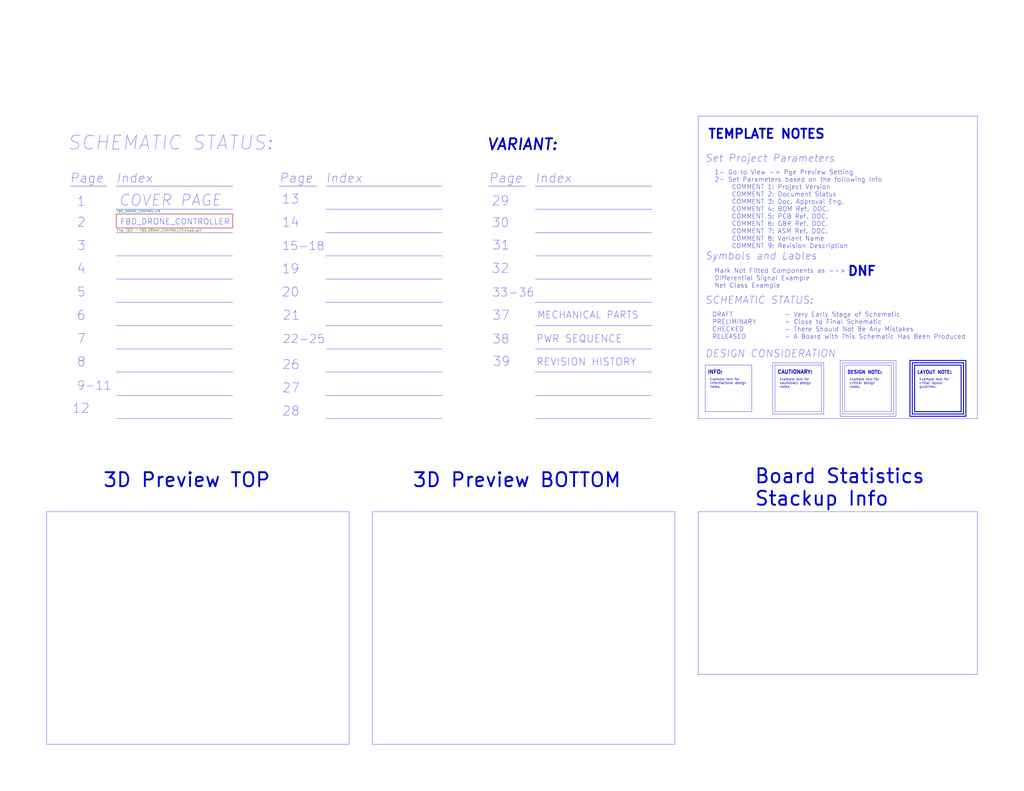
<source format=kicad_sch>
(kicad_sch
	(version 20231120)
	(generator "eeschema")
	(generator_version "8.0")
	(uuid "4d22124a-a3fe-48e2-9e5e-0fff5a9447cc")
	(paper "C")
	(lib_symbols)
	(polyline
		(pts
			(xy 63.5 101.6) (xy 127 101.6)
		)
		(stroke
			(width 0)
			(type default)
		)
		(uuid "07299a57-bd4d-4a66-a757-ae39d82626ca")
	)
	(polyline
		(pts
			(xy 152.4 101.6) (xy 172.72 101.6)
		)
		(stroke
			(width 0)
			(type default)
		)
		(uuid "07724dd3-e2dc-41de-9b72-bfdeb0cd070a")
	)
	(polyline
		(pts
			(xy 384.81 199.39) (xy 410.21 199.39)
		)
		(stroke
			(width 0)
			(type default)
		)
		(uuid "0b2565d5-f200-4ed1-82d6-0c8439b37d39")
	)
	(polyline
		(pts
			(xy 497.84 198.12) (xy 525.78 198.12)
		)
		(stroke
			(width 0.5)
			(type default)
		)
		(uuid "0c29d4b3-d1df-49a3-bf38-8ff30786ef61")
	)
	(polyline
		(pts
			(xy 448.31 199.39) (xy 448.31 224.79)
		)
		(stroke
			(width 0)
			(type default)
		)
		(uuid "15c36325-a09d-4d88-92cf-3c840c3359b6")
	)
	(polyline
		(pts
			(xy 63.5 177.8) (xy 127 177.8)
		)
		(stroke
			(width 0)
			(type default)
		)
		(uuid "17a93b69-9c3f-4725-864b-129a4b2483e6")
	)
	(polyline
		(pts
			(xy 177.8 101.6) (xy 241.3 101.6)
		)
		(stroke
			(width 0)
			(type default)
		)
		(uuid "1dfe6763-fb22-4ccc-b63d-653d8c160980")
	)
	(polyline
		(pts
			(xy 177.8 165.1) (xy 241.3 165.1)
		)
		(stroke
			(width 0)
			(type default)
		)
		(uuid "2047f05e-ddac-4ffb-81c6-ecdfd5e791c7")
	)
	(polyline
		(pts
			(xy 449.58 198.12) (xy 449.58 226.06)
		)
		(stroke
			(width 0)
			(type default)
		)
		(uuid "21ede6e8-4960-4f69-84dd-12ad9bda0e3b")
	)
	(polyline
		(pts
			(xy 266.7 101.6) (xy 287.02 101.6)
		)
		(stroke
			(width 0)
			(type default)
		)
		(uuid "22fc2218-36f1-4463-ab38-757706cf586b")
	)
	(polyline
		(pts
			(xy 458.47 196.85) (xy 458.47 227.33)
		)
		(stroke
			(width 0)
			(type default)
		)
		(uuid "284e4657-5711-4656-92a5-f53082540502")
	)
	(polyline
		(pts
			(xy 292.1 165.1) (xy 355.6 165.1)
		)
		(stroke
			(width 0)
			(type default)
		)
		(uuid "2ac60e3e-8a9c-4434-a247-b12c9154563e")
	)
	(polyline
		(pts
			(xy 38.1 101.6) (xy 58.42 101.6)
		)
		(stroke
			(width 0)
			(type default)
		)
		(uuid "2af580f8-5bd7-4f6c-a7c0-9826e41139b2")
	)
	(polyline
		(pts
			(xy 292.1 177.8) (xy 355.6 177.8)
		)
		(stroke
			(width 0)
			(type default)
		)
		(uuid "2eb7ece5-4fab-4ead-a042-e49b1196a1ec")
	)
	(polyline
		(pts
			(xy 63.5 203.2) (xy 127 203.2)
		)
		(stroke
			(width 0)
			(type default)
		)
		(uuid "2ed34dc7-226e-4cd7-8c8e-a62b29570138")
	)
	(polyline
		(pts
			(xy 525.78 226.06) (xy 497.84 226.06)
		)
		(stroke
			(width 0.5)
			(type default)
		)
		(uuid "36d03fd6-9883-4522-a6aa-d4d92da70ee9")
	)
	(polyline
		(pts
			(xy 292.1 190.5) (xy 355.6 190.5)
		)
		(stroke
			(width 0)
			(type default)
		)
		(uuid "395fd2e4-3c60-44fc-bc30-4547b6a100f5")
	)
	(polyline
		(pts
			(xy 449.58 226.06) (xy 421.64 226.06)
		)
		(stroke
			(width 0)
			(type default)
		)
		(uuid "3d7df9c5-8afd-4d22-b123-2769009dcb64")
	)
	(polyline
		(pts
			(xy 63.5 215.9) (xy 127 215.9)
		)
		(stroke
			(width 0)
			(type default)
		)
		(uuid "3e8b2add-dc24-4b2a-8954-9ee545bf159d")
	)
	(polyline
		(pts
			(xy 292.1 228.6) (xy 355.6 228.6)
		)
		(stroke
			(width 0)
			(type default)
		)
		(uuid "417138ab-f586-4afe-a59c-ec21c23bfbc6")
	)
	(polyline
		(pts
			(xy 177.8 177.8) (xy 241.3 177.8)
		)
		(stroke
			(width 0)
			(type default)
		)
		(uuid "42f54525-7c26-45e9-806a-4248d4a0ddbe")
	)
	(polyline
		(pts
			(xy 63.5 190.5) (xy 127 190.5)
		)
		(stroke
			(width 0)
			(type default)
		)
		(uuid "468e1aec-a3ec-4c28-aa8a-847a0156ce4c")
	)
	(polyline
		(pts
			(xy 63.5 114.3) (xy 127 114.3)
		)
		(stroke
			(width 0)
			(type default)
		)
		(uuid "482a7057-29c8-41f4-ab55-5a5b1f3ecc3d")
	)
	(polyline
		(pts
			(xy 487.68 226.06) (xy 459.74 226.06)
		)
		(stroke
			(width 0)
			(type default)
		)
		(uuid "538e8c3d-d793-4b0d-b0f3-f63d54e9bb20")
	)
	(polyline
		(pts
			(xy 177.8 114.3) (xy 241.3 114.3)
		)
		(stroke
			(width 0)
			(type default)
		)
		(uuid "53f608ae-79c8-4be7-aac0-431c79401937")
	)
	(polyline
		(pts
			(xy 292.1 215.9) (xy 355.6 215.9)
		)
		(stroke
			(width 0)
			(type default)
		)
		(uuid "542a2096-fc7c-4322-8772-fcfe829f81b8")
	)
	(polyline
		(pts
			(xy 63.5 228.6) (xy 127 228.6)
		)
		(stroke
			(width 0)
			(type default)
		)
		(uuid "56bf8239-9bb4-4772-86b2-e9ea6dd9c005")
	)
	(polyline
		(pts
			(xy 292.1 152.4) (xy 355.6 152.4)
		)
		(stroke
			(width 0)
			(type default)
		)
		(uuid "5741ab6c-2bda-489d-b3bf-1fd2054d85b2")
	)
	(polyline
		(pts
			(xy 422.91 199.39) (xy 448.31 199.39)
		)
		(stroke
			(width 0)
			(type default)
		)
		(uuid "607f567c-5d21-43f9-bccb-731689581719")
	)
	(polyline
		(pts
			(xy 177.8 203.2) (xy 241.3 203.2)
		)
		(stroke
			(width 0)
			(type default)
		)
		(uuid "6bbe1716-8857-495e-a460-031355a8743a")
	)
	(polyline
		(pts
			(xy 461.01 199.39) (xy 461.01 224.79)
		)
		(stroke
			(width 0)
			(type default)
		)
		(uuid "6cfc5861-0e9a-42db-a996-c4eabe8cdfae")
	)
	(polyline
		(pts
			(xy 177.8 139.7) (xy 241.3 139.7)
		)
		(stroke
			(width 0)
			(type default)
		)
		(uuid "73d9008e-179e-47d5-b9da-6c5e53a72c0d")
	)
	(polyline
		(pts
			(xy 458.47 227.33) (xy 488.95 227.33)
		)
		(stroke
			(width 0)
			(type default)
		)
		(uuid "74687633-b4d8-4a21-8c66-f2c0e2f23908")
	)
	(polyline
		(pts
			(xy 524.51 199.39) (xy 524.51 224.79)
		)
		(stroke
			(width 0.5)
			(type default)
		)
		(uuid "758f4fa9-b5dc-4f8f-9957-a5c159a50140")
	)
	(polyline
		(pts
			(xy 496.57 196.85) (xy 496.57 227.33)
		)
		(stroke
			(width 0.5)
			(type default)
		)
		(uuid "7a5bfd40-ca32-4614-976f-582fbeb00455")
	)
	(polyline
		(pts
			(xy 177.8 215.9) (xy 241.3 215.9)
		)
		(stroke
			(width 0)
			(type default)
		)
		(uuid "7a8e8e37-9bef-4426-b992-1e82c1f44514")
	)
	(polyline
		(pts
			(xy 177.8 228.6) (xy 241.3 228.6)
		)
		(stroke
			(width 0)
			(type default)
		)
		(uuid "7c1100b7-1f39-436d-bdb7-78cc9b0b60e6")
	)
	(polyline
		(pts
			(xy 497.84 198.12) (xy 497.84 226.06)
		)
		(stroke
			(width 0.5)
			(type default)
		)
		(uuid "885f7926-83ba-4940-a102-aa2bd947b780")
	)
	(polyline
		(pts
			(xy 486.41 224.79) (xy 461.01 224.79)
		)
		(stroke
			(width 0)
			(type default)
		)
		(uuid "88d90aa0-4bb0-4dcb-afac-a10501261111")
	)
	(polyline
		(pts
			(xy 524.51 224.79) (xy 499.11 224.79)
		)
		(stroke
			(width 0.5)
			(type default)
		)
		(uuid "8c045b1a-894a-4aca-bc17-b68fcff54c54")
	)
	(polyline
		(pts
			(xy 177.8 152.4) (xy 241.3 152.4)
		)
		(stroke
			(width 0)
			(type default)
		)
		(uuid "93a122b5-28d9-4b4e-b0fd-c44d74fc2349")
	)
	(polyline
		(pts
			(xy 384.81 199.39) (xy 384.81 224.79)
		)
		(stroke
			(width 0)
			(type default)
		)
		(uuid "965676f2-7840-4a4d-9185-362132e5bc20")
	)
	(polyline
		(pts
			(xy 292.1 127) (xy 355.6 127)
		)
		(stroke
			(width 0)
			(type default)
		)
		(uuid "9705ec9d-d6d2-451b-a1f4-93ef090be09a")
	)
	(polyline
		(pts
			(xy 177.8 127) (xy 241.3 127)
		)
		(stroke
			(width 0)
			(type default)
		)
		(uuid "9d6e97c6-77e6-4637-b2b2-e2212686197d")
	)
	(polyline
		(pts
			(xy 292.1 101.6) (xy 355.6 101.6)
		)
		(stroke
			(width 0)
			(type default)
		)
		(uuid "9e1880f6-d28d-4cab-b061-9e555f28955e")
	)
	(polyline
		(pts
			(xy 527.05 196.85) (xy 527.05 227.33)
		)
		(stroke
			(width 0.5)
			(type default)
		)
		(uuid "a6b2566c-d72c-40cb-b7f1-9b4912043a0e")
	)
	(polyline
		(pts
			(xy 458.47 196.85) (xy 488.95 196.85)
		)
		(stroke
			(width 0)
			(type default)
		)
		(uuid "a86970a4-5193-473c-bd33-e06fdbd706ad")
	)
	(polyline
		(pts
			(xy 488.95 196.85) (xy 488.95 227.33)
		)
		(stroke
			(width 0)
			(type default)
		)
		(uuid "aa6863da-f262-4212-9cce-575a6f200bbc")
	)
	(polyline
		(pts
			(xy 410.21 224.79) (xy 384.81 224.79)
		)
		(stroke
			(width 0)
			(type default)
		)
		(uuid "b31c7b0c-87bc-4426-b135-2576e0921a83")
	)
	(polyline
		(pts
			(xy 63.5 152.4) (xy 127 152.4)
		)
		(stroke
			(width 0)
			(type default)
		)
		(uuid "b32168c1-d3fb-482b-94dc-758fd1cb0ff4")
	)
	(polyline
		(pts
			(xy 63.5 139.7) (xy 127 139.7)
		)
		(stroke
			(width 0)
			(type default)
		)
		(uuid "b42f4134-5d7a-4580-aefb-4638f372783d")
	)
	(polyline
		(pts
			(xy 292.1 114.3) (xy 355.6 114.3)
		)
		(stroke
			(width 0)
			(type default)
		)
		(uuid "bb086e53-5935-42c9-ab55-937ac3ad9fb3")
	)
	(polyline
		(pts
			(xy 448.31 224.79) (xy 422.91 224.79)
		)
		(stroke
			(width 0)
			(type default)
		)
		(uuid "bcc50d82-a8b8-4eaa-a11e-708876b59f2b")
	)
	(polyline
		(pts
			(xy 422.91 199.39) (xy 422.91 224.79)
		)
		(stroke
			(width 0)
			(type default)
		)
		(uuid "be14d983-52cb-42f4-a5a5-5411041dae6f")
	)
	(polyline
		(pts
			(xy 410.21 199.39) (xy 410.21 224.79)
		)
		(stroke
			(width 0)
			(type default)
		)
		(uuid "c619454e-84a3-49da-9d46-e6431a31d0c8")
	)
	(polyline
		(pts
			(xy 459.74 198.12) (xy 487.68 198.12)
		)
		(stroke
			(width 0)
			(type default)
		)
		(uuid "ce1b5cb7-92ec-4292-a521-04abcd86deef")
	)
	(polyline
		(pts
			(xy 496.57 227.33) (xy 527.05 227.33)
		)
		(stroke
			(width 0.5)
			(type default)
		)
		(uuid "d0d8a954-4a87-4134-9c1f-fd32eb74431b")
	)
	(polyline
		(pts
			(xy 496.57 196.85) (xy 527.05 196.85)
		)
		(stroke
			(width 0.5)
			(type default)
		)
		(uuid "d3660736-f61d-413d-af06-e70c9fa2603c")
	)
	(polyline
		(pts
			(xy 499.11 199.39) (xy 499.11 224.79)
		)
		(stroke
			(width 0.5)
			(type default)
		)
		(uuid "d5773061-bf6a-4ea9-afba-7def202c128c")
	)
	(polyline
		(pts
			(xy 421.64 198.12) (xy 421.64 226.06)
		)
		(stroke
			(width 0)
			(type default)
		)
		(uuid "d99692ac-3c2f-4cb9-a0fa-bafe0fe3732b")
	)
	(polyline
		(pts
			(xy 459.74 198.12) (xy 459.74 226.06)
		)
		(stroke
			(width 0)
			(type default)
		)
		(uuid "ddd85adb-6817-48d4-bb6f-e2a6b1e7f8b9")
	)
	(polyline
		(pts
			(xy 292.1 139.7) (xy 355.6 139.7)
		)
		(stroke
			(width 0)
			(type default)
		)
		(uuid "e456c6d6-8f3f-49f8-8e88-5de96bb90b8f")
	)
	(polyline
		(pts
			(xy 63.5 127) (xy 127 127)
		)
		(stroke
			(width 0)
			(type default)
		)
		(uuid "e5dbc194-cd06-4a85-b84b-0804de4209bb")
	)
	(polyline
		(pts
			(xy 421.64 198.12) (xy 449.58 198.12)
		)
		(stroke
			(width 0)
			(type default)
		)
		(uuid "eb8918c6-b808-450d-a2ce-fdca89363202")
	)
	(polyline
		(pts
			(xy 525.78 198.12) (xy 525.78 226.06)
		)
		(stroke
			(width 0.5)
			(type default)
		)
		(uuid "f46f8e2e-6ac2-4b08-a3f1-91398586f7fa")
	)
	(polyline
		(pts
			(xy 499.11 199.39) (xy 524.51 199.39)
		)
		(stroke
			(width 0.5)
			(type default)
		)
		(uuid "f4f02828-55fe-4c08-8015-bc1fb743dbfc")
	)
	(polyline
		(pts
			(xy 461.01 199.39) (xy 486.41 199.39)
		)
		(stroke
			(width 0)
			(type default)
		)
		(uuid "f52affe3-5c07-4a80-92ae-19e5e862af20")
	)
	(polyline
		(pts
			(xy 63.5 165.1) (xy 127 165.1)
		)
		(stroke
			(width 0)
			(type default)
		)
		(uuid "f909104f-51e4-4252-91f4-6402aaba5b28")
	)
	(polyline
		(pts
			(xy 292.1 203.2) (xy 355.6 203.2)
		)
		(stroke
			(width 0)
			(type default)
		)
		(uuid "fb5fc21b-26a2-40c8-9640-5e688cd90775")
	)
	(polyline
		(pts
			(xy 177.8 190.5) (xy 241.3 190.5)
		)
		(stroke
			(width 0)
			(type default)
		)
		(uuid "fbbefb9d-12a7-41cc-97dd-6c45ff2ae38d")
	)
	(polyline
		(pts
			(xy 486.41 199.39) (xy 486.41 224.79)
		)
		(stroke
			(width 0)
			(type default)
		)
		(uuid "fc64ac1d-4d59-403c-885d-b79cf1750f5b")
	)
	(polyline
		(pts
			(xy 487.68 198.12) (xy 487.68 226.06)
		)
		(stroke
			(width 0)
			(type default)
		)
		(uuid "fe0c210e-3e22-402c-b30e-bb87705ca0f6")
	)
	(rectangle
		(start 381 279.4)
		(end 533.4 368.3)
		(stroke
			(width 0)
			(type default)
		)
		(fill
			(type none)
		)
		(uuid 29213810-b178-4d59-8e9e-dcfa2799beee)
	)
	(rectangle
		(start 25.4 279.4)
		(end 190.5 406.4)
		(stroke
			(width 0)
			(type default)
		)
		(fill
			(type none)
		)
		(uuid c3423cb0-adf2-413e-a4a2-3a91c99dee67)
	)
	(rectangle
		(start 381 63.5)
		(end 533.4 228.6)
		(stroke
			(width 0)
			(type default)
		)
		(fill
			(type none)
		)
		(uuid c747f2a0-efd0-4058-a963-7ef33379bd13)
	)
	(rectangle
		(start 203.2 279.4)
		(end 368.3 406.4)
		(stroke
			(width 0)
			(type default)
		)
		(fill
			(type none)
		)
		(uuid e852c612-a706-45c4-96b8-a8b99f0c5780)
	)
	(text "22-25"
		(exclude_from_sim no)
		(at 154.178 187.96 0)
		(effects
			(font
				(size 4.572 4.572)
			)
			(justify left bottom)
		)
		(uuid "018b334f-7bd6-4750-9b06-23352fbb2110")
	)
	(text "Index"
		(exclude_from_sim no)
		(at 63.5 100.33 0)
		(effects
			(font
				(size 5 5)
				(italic yes)
			)
			(justify left bottom)
		)
		(uuid "0284d66c-ffea-4873-99e4-a95110396f07")
	)
	(text "Example text for\ncritical design \nnotes."
		(exclude_from_sim no)
		(at 463.55 212.09 0)
		(effects
			(font
				(size 1.27 1.27)
			)
			(justify left bottom)
		)
		(uuid "07c8dc33-653f-46a2-aa43-05be724e7e44")
	)
	(text "1- Go to View -> Pge Preview Setting\n2- Set Parameters based on the following Info\n	COMMENT 1: Project Version\n	COMMENT 2: Document Status\n	COMMENT 3: Doc. Approval Eng.\n	COMMENT 4: BOM Ref. DOC.\n	COMMENT 5: PCB Ref. DOC.\n	COMMENT 6: GBR Ref. DOC.\n	COMMENT 7: ASM Ref. DOC.\n	COMMENT 8: Variant Name\n	COMMENT 9: Revision Description "
		(exclude_from_sim no)
		(at 389.89 135.89 0)
		(effects
			(font
				(size 2.5 2.5)
			)
			(justify left bottom)
		)
		(uuid "085c4d8a-a82f-40af-9edf-4b2c8e03bdea")
	)
	(text "VARIANT: ${COMMENT8}"
		(exclude_from_sim no)
		(at 265.43 82.55 0)
		(effects
			(font
				(size 6 6)
				(thickness 1)
				(bold yes)
				(italic yes)
			)
			(justify left bottom)
		)
		(uuid "096b79d6-b1dc-493b-8b26-5e6b8983de6e")
	)
	(text "26"
		(exclude_from_sim no)
		(at 153.924 202.184 0)
		(effects
			(font
				(size 5 5)
			)
			(justify left bottom)
		)
		(uuid "0be6ddb8-7135-42cf-ba89-bb796c710994")
	)
	(text "Page"
		(exclude_from_sim no)
		(at 266.7 100.33 0)
		(effects
			(font
				(size 5 5)
				(italic yes)
			)
			(justify left bottom)
		)
		(uuid "0c045f22-f41f-4706-ba8c-c68747dc72a2")
	)
	(text "Index"
		(exclude_from_sim no)
		(at 177.8 100.33 0)
		(effects
			(font
				(size 5 5)
				(italic yes)
			)
			(justify left bottom)
		)
		(uuid "0c1956a5-32ba-4c23-9066-e2af6fcb04db")
	)
	(text "19"
		(exclude_from_sim no)
		(at 153.67 149.86 0)
		(effects
			(font
				(size 5 5)
			)
			(justify left bottom)
		)
		(uuid "0d39482f-ecc9-4659-b01e-07c8c3fb2b47")
	)
	(text "20"
		(exclude_from_sim no)
		(at 153.67 162.56 0)
		(effects
			(font
				(size 5 5)
			)
			(justify left bottom)
		)
		(uuid "139438f6-806b-4e86-8384-8042ff9b6fe9")
	)
	(text "28"
		(exclude_from_sim no)
		(at 153.924 227.584 0)
		(effects
			(font
				(size 5 5)
			)
			(justify left bottom)
		)
		(uuid "1b7024cc-ffdc-490c-b62d-e57efc661740")
	)
	(text "27"
		(exclude_from_sim no)
		(at 153.924 214.884 0)
		(effects
			(font
				(size 5 5)
			)
			(justify left bottom)
		)
		(uuid "2203717b-996f-4948-9feb-521af015350b")
	)
	(text "31"
		(exclude_from_sim no)
		(at 268.478 136.906 0)
		(effects
			(font
				(size 5 5)
			)
			(justify left bottom)
		)
		(uuid "225aa478-c8fb-42e1-9a6f-c946bf51a7f6")
	)
	(text "4"
		(exclude_from_sim no)
		(at 41.91 149.86 0)
		(effects
			(font
				(size 5 5)
			)
			(justify left bottom)
		)
		(uuid "25ea9232-ac4c-4f5d-af57-365f9f6dd64a")
	)
	(text "Example text for\nInformational design\nnotes."
		(exclude_from_sim no)
		(at 387.35 212.09 0)
		(effects
			(font
				(size 1.27 1.27)
			)
			(justify left bottom)
		)
		(uuid "2e68b046-11b5-4cfb-a1ab-e5b092951fe0")
	)
	(text "DESIGN CONSIDERATION"
		(exclude_from_sim no)
		(at 384.81 195.58 0)
		(effects
			(font
				(size 4 4)
				(italic yes)
			)
			(justify left bottom)
		)
		(uuid "2f06674c-6008-419b-8fd9-baa0209c31a3")
	)
	(text "6"
		(exclude_from_sim no)
		(at 41.91 175.26 0)
		(effects
			(font
				(size 5 5)
			)
			(justify left bottom)
		)
		(uuid "368e29ae-049a-48d1-a5de-87c628f38218")
	)
	(text "5"
		(exclude_from_sim no)
		(at 41.91 162.56 0)
		(effects
			(font
				(size 5 5)
			)
			(justify left bottom)
		)
		(uuid "3cc843fe-875f-481e-9b9c-2f91af152483")
	)
	(text "INFO:"
		(exclude_from_sim no)
		(at 386.08 204.47 0)
		(effects
			(font
				(size 2 2)
				(thickness 0.4)
				(bold yes)
			)
			(justify left bottom)
		)
		(uuid "3fec4f25-41e4-4504-88ac-f9ff1a968c9a")
	)
	(text "${COMMENT2}"
		(exclude_from_sim no)
		(at 152.4 82.55 0)
		(effects
			(font
				(size 7.62 7.62)
				(thickness 1.524)
				(bold yes)
				(italic yes)
			)
			(justify left bottom)
		)
		(uuid "40f09626-f83d-469b-b2b3-a152cf14bb48")
	)
	(text "Symbols and Lables"
		(exclude_from_sim no)
		(at 384.81 142.24 0)
		(effects
			(font
				(size 4 4)
				(italic yes)
			)
			(justify left bottom)
		)
		(uuid "422453d6-4745-4104-860e-0fec2525b30a")
	)
	(text "Board Statistics \nStackup Info"
		(exclude_from_sim no)
		(at 411.48 276.86 0)
		(effects
			(font
				(size 7.62 7.62)
				(thickness 1.016)
				(bold yes)
			)
			(justify left bottom)
		)
		(uuid "4495edcf-5261-47fa-99c0-e7bd7dc6e992")
	)
	(text "29"
		(exclude_from_sim no)
		(at 268.224 112.776 0)
		(effects
			(font
				(size 5 5)
			)
			(justify left bottom)
		)
		(uuid "530975be-adf4-4eb6-a5db-2a4e25ddca51")
	)
	(text "Page"
		(exclude_from_sim no)
		(at 38.1 100.33 0)
		(effects
			(font
				(size 5 5)
				(italic yes)
			)
			(justify left bottom)
		)
		(uuid "5b0b2dfb-da8a-443b-96a0-3d3fd90ee6b1")
	)
	(text "21"
		(exclude_from_sim no)
		(at 154.178 175.26 0)
		(effects
			(font
				(size 5 5)
			)
			(justify left bottom)
		)
		(uuid "5d319dae-3fd2-42e0-9cda-191144fdcc24")
	)
	(text "9-11"
		(exclude_from_sim no)
		(at 41.91 213.36 0)
		(effects
			(font
				(size 4.572 4.572)
			)
			(justify left bottom)
		)
		(uuid "5e46d4da-2114-43a8-82fc-1d5266fd25da")
	)
	(text "1"
		(exclude_from_sim no)
		(at 41.91 113.03 0)
		(effects
			(font
				(size 5 5)
			)
			(justify left bottom)
		)
		(uuid "61201c6b-cdc3-4721-b9dd-3f0d85fd6f3e")
	)
	(text "CAUTIONARY:"
		(exclude_from_sim no)
		(at 424.18 204.47 0)
		(effects
			(font
				(size 2 2)
				(bold yes)
			)
			(justify left bottom)
		)
		(uuid "61fa97e5-dee5-4c95-b65a-439020fb0fb6")
	)
	(text "12"
		(exclude_from_sim no)
		(at 39.37 226.06 0)
		(effects
			(font
				(size 5 5)
			)
			(justify left bottom)
		)
		(uuid "674813e1-ce65-4260-b9c9-1fd6b7cc18d9")
	)
	(text "3D Preview BOTTOM"
		(exclude_from_sim no)
		(at 224.79 266.7 0)
		(effects
			(font
				(size 7.62 7.62)
				(thickness 1.016)
				(bold yes)
			)
			(justify left bottom)
		)
		(uuid "704fdba9-58ed-4777-b2df-e4e2ae8f9f4f")
	)
	(text "DNF"
		(exclude_from_sim no)
		(at 462.28 151.13 0)
		(effects
			(font
				(size 5.08 5.08)
				(thickness 1.016)
				(bold yes)
			)
			(justify left bottom)
		)
		(uuid "7565be07-54e4-42db-86ff-0be1b0afd48c")
	)
	(text "37"
		(exclude_from_sim no)
		(at 268.478 175.26 0)
		(effects
			(font
				(size 5 5)
			)
			(justify left bottom)
		)
		(uuid "7c4bffea-97f2-4b20-9927-025e7d171c9d")
	)
	(text "${TITLE}"
		(exclude_from_sim no)
		(at 36.83 63.5 0)
		(effects
			(font
				(size 10.16 10.16)
				(thickness 1.6)
				(bold yes)
			)
			(justify left bottom)
		)
		(uuid "84a67cfd-1c34-4c62-a97a-fae6bedc8005")
	)
	(text "3D Preview TOP"
		(exclude_from_sim no)
		(at 55.88 266.7 0)
		(effects
			(font
				(size 7.62 7.62)
				(thickness 1.016)
				(bold yes)
			)
			(justify left bottom)
		)
		(uuid "8765afb7-1b1f-4b4f-b003-b3f08ac69035")
	)
	(text "Set Project Parameters"
		(exclude_from_sim no)
		(at 384.81 88.9 0)
		(effects
			(font
				(size 4 4)
				(italic yes)
			)
			(justify left bottom)
		)
		(uuid "89cd2bde-851a-485b-bd9b-8f9b8f0f640a")
	)
	(text "COVER PAGE"
		(exclude_from_sim no)
		(at 64.77 113.03 0)
		(effects
			(font
				(size 6 6)
				(italic yes)
			)
			(justify left bottom)
		)
		(uuid "8ab60156-897b-4610-b524-d789627d3ae8")
	)
	(text "15-18"
		(exclude_from_sim no)
		(at 153.924 137.16 0)
		(effects
			(font
				(size 4.572 4.572)
			)
			(justify left bottom)
		)
		(uuid "8ce8fb27-7cd1-47ef-a33a-c38be493bde2")
	)
	(text "REVISION HISTORY"
		(exclude_from_sim no)
		(at 292.608 200.152 0)
		(effects
			(font
				(size 4 4)
			)
			(justify left bottom)
		)
		(uuid "8e58a85a-0faa-4e79-af52-d8033b12cc3a")
	)
	(text "8"
		(exclude_from_sim no)
		(at 41.91 200.66 0)
		(effects
			(font
				(size 5 5)
			)
			(justify left bottom)
		)
		(uuid "8f24152f-ad0b-46b1-aef0-5c9a2558fee5")
	)
	(text "TEMPLATE NOTES"
		(exclude_from_sim no)
		(at 386.08 76.2 0)
		(effects
			(font
				(size 5 5)
				(bold yes)
			)
			(justify left bottom)
		)
		(uuid "9552c9ae-d8b3-4a0c-965c-0081749936b1")
	)
	(text "Page"
		(exclude_from_sim no)
		(at 152.4 100.33 0)
		(effects
			(font
				(size 5 5)
				(italic yes)
			)
			(justify left bottom)
		)
		(uuid "986962fa-dae6-4df6-8fc1-906a4b31633f")
	)
	(text "38"
		(exclude_from_sim no)
		(at 268.478 188.214 0)
		(effects
			(font
				(size 5 5)
			)
			(justify left bottom)
		)
		(uuid "9de88586-54e1-4c12-a371-24b8646cb9cf")
	)
	(text "30"
		(exclude_from_sim no)
		(at 268.224 124.714 0)
		(effects
			(font
				(size 5 5)
			)
			(justify left bottom)
		)
		(uuid "a1dd2e73-a4ca-4bf7-851c-0ef8b462f321")
	)
	(text "Mark Not Fitted Components as -->\nDifferential Signal Example\nNet Class Example"
		(exclude_from_sim no)
		(at 389.89 157.48 0)
		(effects
			(font
				(size 2.5 2.5)
			)
			(justify left bottom)
		)
		(uuid "a562815a-535e-4790-9c0a-2a48637d4a2d")
	)
	(text "PWR SEQUENCE"
		(exclude_from_sim no)
		(at 292.608 187.452 0)
		(effects
			(font
				(size 4 4)
			)
			(justify left bottom)
		)
		(uuid "a6d8b6dc-aab7-4372-808a-3370e5551678")
	)
	(text "14"
		(exclude_from_sim no)
		(at 153.67 124.46 0)
		(effects
			(font
				(size 5 5)
			)
			(justify left bottom)
		)
		(uuid "acb72f80-2959-4fbf-a619-b6dcb877c516")
	)
	(text "MECHANICAL PARTS"
		(exclude_from_sim no)
		(at 293.116 169.926 0)
		(effects
			(font
				(size 3.81 3.81)
			)
			(justify left top)
		)
		(uuid "afdf972a-37f7-4815-b403-24cdf58e05b0")
	)
	(text "SCHEMATIC STATUS:"
		(exclude_from_sim no)
		(at 384.81 166.37 0)
		(effects
			(font
				(size 4 4)
				(italic yes)
			)
			(justify left bottom)
		)
		(uuid "b16d3647-9d06-4f9b-a8d6-b574ec15e06d")
	)
	(text "2\n"
		(exclude_from_sim no)
		(at 41.91 124.46 0)
		(effects
			(font
				(size 5 5)
			)
			(justify left bottom)
		)
		(uuid "b5375fec-9a33-43a7-b867-1d30babe06e9")
	)
	(text "${ISSUE_DATE}"
		(exclude_from_sim no)
		(at 265.43 69.85 0)
		(effects
			(font
				(size 6 6)
				(bold yes)
			)
			(justify left bottom)
		)
		(uuid "c35bfb23-21af-4004-9c00-a7f094f6000f")
	)
	(text "Example text for\ncritial layout\nguidlines."
		(exclude_from_sim no)
		(at 501.65 212.09 0)
		(effects
			(font
				(size 1.27 1.27)
			)
			(justify left bottom)
		)
		(uuid "c4212489-3d3c-4402-b2dc-5c3458d3cc26")
	)
	(text "32"
		(exclude_from_sim no)
		(at 268.224 149.606 0)
		(effects
			(font
				(size 5 5)
			)
			(justify left bottom)
		)
		(uuid "c49dab3c-25a6-4f18-918f-10fed85a2465")
	)
	(text "DESIGN NOTE:"
		(exclude_from_sim no)
		(at 462.28 204.47 0)
		(effects
			(font
				(size 1.8 1.8)
				(bold yes)
			)
			(justify left bottom)
		)
		(uuid "c72e4a40-0a7e-4697-a643-c2748809f25e")
	)
	(text "7"
		(exclude_from_sim no)
		(at 41.91 187.96 0)
		(effects
			(font
				(size 5 5)
			)
			(justify left bottom)
		)
		(uuid "c8ea06d9-6f2c-4fd1-ab61-dd5fea6212fa")
	)
	(text "13"
		(exclude_from_sim no)
		(at 153.67 111.76 0)
		(effects
			(font
				(size 5 5)
			)
			(justify left bottom)
		)
		(uuid "cb971301-794c-4578-acb7-be8917ffb44d")
	)
	(text "3"
		(exclude_from_sim no)
		(at 41.91 137.16 0)
		(effects
			(font
				(size 5 5)
			)
			(justify left bottom)
		)
		(uuid "d43b06e7-f9d4-491d-90b3-eb826bb7046d")
	)
	(text "39"
		(exclude_from_sim no)
		(at 268.732 200.406 0)
		(effects
			(font
				(size 5 5)
			)
			(justify left bottom)
		)
		(uuid "d9212442-3a90-4632-bf11-ece550e087b0")
	)
	(text "${REVISION}"
		(exclude_from_sim no)
		(at 265.43 58.42 0)
		(effects
			(font
				(size 6 6)
				(bold yes)
				(italic yes)
			)
			(justify left bottom)
		)
		(uuid "d99cd987-ffb8-4b9b-ba8a-0dbbd28f674d")
	)
	(text "SCHEMATIC STATUS: "
		(exclude_from_sim no)
		(at 36.83 82.55 0)
		(effects
			(font
				(size 7.62 7.62)
				(italic yes)
			)
			(justify left bottom)
		)
		(uuid "dc9d9ce0-3088-4c14-961c-10241ce114b6")
	)
	(text "Example text for\ncautionary design\nnotes."
		(exclude_from_sim no)
		(at 425.45 212.09 0)
		(effects
			(font
				(size 1.27 1.27)
			)
			(justify left bottom)
		)
		(uuid "e7e3d131-beda-498d-83a4-8de03e393384")
	)
	(text "DRAFT 			- Very Early Stage of Schematic\nPRELIMINARY 	- Close to Final Schematic\nCHECKED 		- There Should Not Be Any Mistakes\nRELEASED 		- A Board with This Schematic Has Been Produced"
		(exclude_from_sim no)
		(at 388.62 185.42 0)
		(effects
			(font
				(size 2.5 2.5)
			)
			(justify left bottom)
		)
		(uuid "e9181418-2037-444f-a726-c78d7ad23611")
	)
	(text "LAYOUT NOTE:"
		(exclude_from_sim no)
		(at 500.38 204.47 0)
		(effects
			(font
				(size 1.8 1.8)
				(bold yes)
			)
			(justify left bottom)
		)
		(uuid "f64531b1-62b3-4c86-903a-1e7c4a56e49c")
	)
	(text "Index"
		(exclude_from_sim no)
		(at 292.1 100.33 0)
		(effects
			(font
				(size 5 5)
				(italic yes)
			)
			(justify left bottom)
		)
		(uuid "f888857a-1c5c-469a-856c-bded80ee7130")
	)
	(text "FBD_DRONE_CONTROLLER"
		(exclude_from_sim no)
		(at 65.532 119.38 0)
		(effects
			(font
				(size 3.175 3.175)
			)
			(justify left top)
		)
		(uuid "fb41592e-40b0-48c5-a3e3-f0b0cac5c825")
	)
	(text "33-36"
		(exclude_from_sim no)
		(at 268.478 162.56 0)
		(effects
			(font
				(size 4.572 4.572)
			)
			(justify left bottom)
		)
		(uuid "ff536b76-867e-4c6f-99d0-8531ef099bd0")
	)
	(sheet
		(at 63.5 116.84)
		(size 63.5 7.62)
		(fields_autoplaced yes)
		(stroke
			(width 0.1524)
			(type solid)
		)
		(fill
			(color 0 0 0 0.0000)
		)
		(uuid "a358895d-c191-425d-bcaa-0bda3b821399")
		(property "Sheetname" "FBD_DRONE_CONTROLLER"
			(at 63.5 116.1284 0)
			(effects
				(font
					(size 1.27 1.27)
				)
				(justify left bottom)
			)
		)
		(property "Sheetfile" "[02] - FBD_DRONE_CONTROLLER.kicad_sch"
			(at 63.5 125.0446 0)
			(effects
				(font
					(size 1.27 1.27)
				)
				(justify left top)
			)
		)
		(instances
			(project "_Sub_HW_DroneController"
				(path "/4d22124a-a3fe-48e2-9e5e-0fff5a9447cc"
					(page "2")
				)
			)
		)
	)
	(sheet_instances
		(path "/"
			(page "1")
		)
	)
)

</source>
